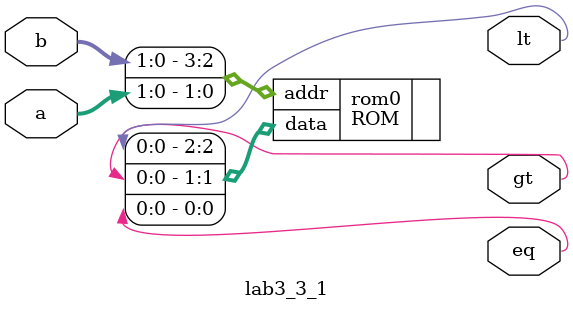
<source format=v>
`timescale 1ns / 1ps


module lab3_3_1(
    input  [1:0] a,
    input  [1:0] b,
    output lt,
    output gt,
    output eq
    );
    
    ROM rom0(.addr({b,a}),.data({lt,gt,eq}));
    
endmodule

</source>
